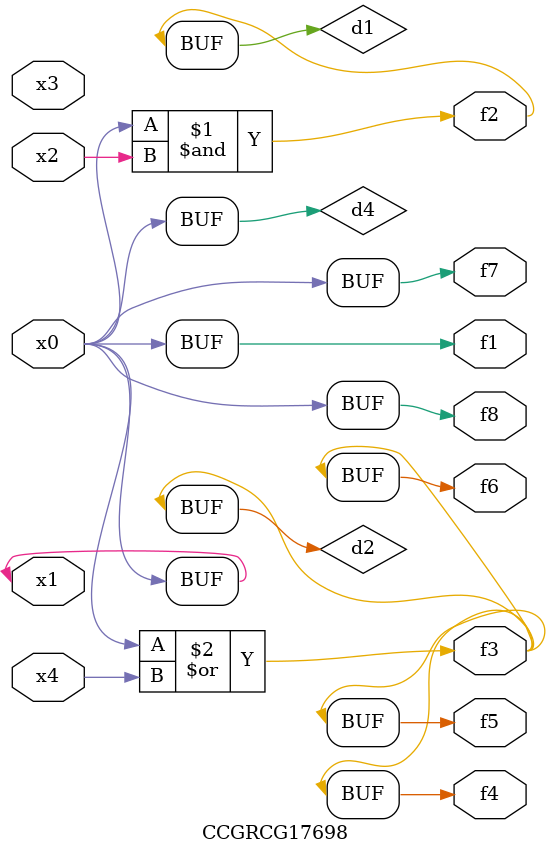
<source format=v>
module CCGRCG17698(
	input x0, x1, x2, x3, x4,
	output f1, f2, f3, f4, f5, f6, f7, f8
);

	wire d1, d2, d3, d4;

	and (d1, x0, x2);
	or (d2, x0, x4);
	nand (d3, x0, x2);
	buf (d4, x0, x1);
	assign f1 = d4;
	assign f2 = d1;
	assign f3 = d2;
	assign f4 = d2;
	assign f5 = d2;
	assign f6 = d2;
	assign f7 = d4;
	assign f8 = d4;
endmodule

</source>
